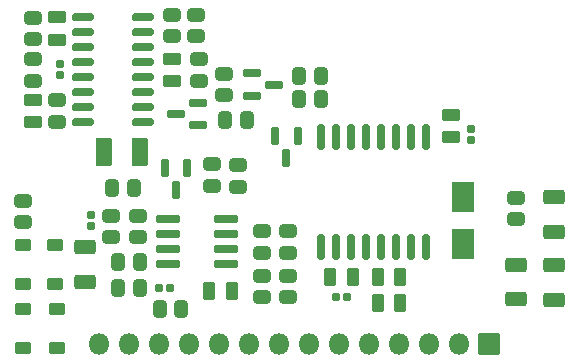
<source format=gbr>
%TF.GenerationSoftware,KiCad,Pcbnew,(5.99.0-9830-g9acf5e365a)*%
%TF.CreationDate,2021-04-09T09:54:32+02:00*%
%TF.ProjectId,Power Supply Control Board SG3525,506f7765-7220-4537-9570-706c7920436f,V 2.0*%
%TF.SameCoordinates,Original*%
%TF.FileFunction,Soldermask,Top*%
%TF.FilePolarity,Negative*%
%FSLAX46Y46*%
G04 Gerber Fmt 4.6, Leading zero omitted, Abs format (unit mm)*
G04 Created by KiCad (PCBNEW (5.99.0-9830-g9acf5e365a)) date 2021-04-09 09:54:32*
%MOMM*%
%LPD*%
G01*
G04 APERTURE LIST*
G04 Aperture macros list*
%AMRoundRect*
0 Rectangle with rounded corners*
0 $1 Rounding radius*
0 $2 $3 $4 $5 $6 $7 $8 $9 X,Y pos of 4 corners*
0 Add a 4 corners polygon primitive as box body*
4,1,4,$2,$3,$4,$5,$6,$7,$8,$9,$2,$3,0*
0 Add four circle primitives for the rounded corners*
1,1,$1+$1,$2,$3*
1,1,$1+$1,$4,$5*
1,1,$1+$1,$6,$7*
1,1,$1+$1,$8,$9*
0 Add four rect primitives between the rounded corners*
20,1,$1+$1,$2,$3,$4,$5,0*
20,1,$1+$1,$4,$5,$6,$7,0*
20,1,$1+$1,$6,$7,$8,$9,0*
20,1,$1+$1,$8,$9,$2,$3,0*%
G04 Aperture macros list end*
%ADD10RoundRect,0.268868X0.443632X0.956132X-0.443632X0.956132X-0.443632X-0.956132X0.443632X-0.956132X0*%
%ADD11RoundRect,0.050000X0.600000X-0.450000X0.600000X0.450000X-0.600000X0.450000X-0.600000X-0.450000X0*%
%ADD12RoundRect,0.275000X-0.500000X0.275000X-0.500000X-0.275000X0.500000X-0.275000X0.500000X0.275000X0*%
%ADD13RoundRect,0.165000X0.195000X-0.165000X0.195000X0.165000X-0.195000X0.165000X-0.195000X-0.165000X0*%
%ADD14RoundRect,0.275000X0.500000X-0.275000X0.500000X0.275000X-0.500000X0.275000X-0.500000X-0.275000X0*%
%ADD15RoundRect,0.275000X0.275000X0.500000X-0.275000X0.500000X-0.275000X-0.500000X0.275000X-0.500000X0*%
%ADD16RoundRect,0.050000X0.900000X-1.250000X0.900000X1.250000X-0.900000X1.250000X-0.900000X-1.250000X0*%
%ADD17RoundRect,0.050000X-0.600000X0.450000X-0.600000X-0.450000X0.600000X-0.450000X0.600000X0.450000X0*%
%ADD18RoundRect,0.175000X0.612500X0.175000X-0.612500X0.175000X-0.612500X-0.175000X0.612500X-0.175000X0*%
%ADD19RoundRect,0.175000X-0.175000X0.612500X-0.175000X-0.612500X0.175000X-0.612500X0.175000X0.612500X0*%
%ADD20RoundRect,0.272222X0.652778X-0.340278X0.652778X0.340278X-0.652778X0.340278X-0.652778X-0.340278X0*%
%ADD21RoundRect,0.274390X-0.475610X0.288110X-0.475610X-0.288110X0.475610X-0.288110X0.475610X0.288110X0*%
%ADD22RoundRect,0.274390X0.475610X-0.288110X0.475610X0.288110X-0.475610X0.288110X-0.475610X-0.288110X0*%
%ADD23RoundRect,0.274390X-0.288110X-0.475610X0.288110X-0.475610X0.288110X0.475610X-0.288110X0.475610X0*%
%ADD24RoundRect,0.274390X0.288110X0.475610X-0.288110X0.475610X-0.288110X-0.475610X0.288110X-0.475610X0*%
%ADD25RoundRect,0.175000X-0.750000X-0.175000X0.750000X-0.175000X0.750000X0.175000X-0.750000X0.175000X0*%
%ADD26RoundRect,0.175000X0.175000X-0.900000X0.175000X0.900000X-0.175000X0.900000X-0.175000X-0.900000X0*%
%ADD27RoundRect,0.165000X0.165000X0.195000X-0.165000X0.195000X-0.165000X-0.195000X0.165000X-0.195000X0*%
%ADD28RoundRect,0.175000X-0.850000X-0.175000X0.850000X-0.175000X0.850000X0.175000X-0.850000X0.175000X0*%
%ADD29RoundRect,0.275000X-0.275000X-0.500000X0.275000X-0.500000X0.275000X0.500000X-0.275000X0.500000X0*%
%ADD30RoundRect,0.050000X-0.850000X0.850000X-0.850000X-0.850000X0.850000X-0.850000X0.850000X0.850000X0*%
%ADD31O,1.800000X1.800000*%
%ADD32RoundRect,0.165000X-0.195000X0.165000X-0.195000X-0.165000X0.195000X-0.165000X0.195000X0.165000X0*%
%ADD33RoundRect,0.165000X-0.165000X-0.195000X0.165000X-0.195000X0.165000X0.195000X-0.165000X0.195000X0*%
%ADD34RoundRect,0.175000X-0.612500X-0.175000X0.612500X-0.175000X0.612500X0.175000X-0.612500X0.175000X0*%
G04 APERTURE END LIST*
D10*
%TO.C,C14*%
X110603500Y-106934000D03*
X113678500Y-106934000D03*
%TD*%
D11*
%TO.C,D4*%
X106500000Y-118150000D03*
X106500000Y-114850000D03*
%TD*%
D12*
%TO.C,C1*%
X116400000Y-99050000D03*
X116400000Y-100950000D03*
%TD*%
D13*
%TO.C,C3*%
X106900000Y-100480000D03*
X106900000Y-99520000D03*
%TD*%
D14*
%TO.C,C4*%
X104650000Y-104450000D03*
X104650000Y-102550000D03*
%TD*%
%TO.C,C7*%
X140000000Y-105725000D03*
X140000000Y-103825000D03*
%TD*%
D15*
%TO.C,C8*%
X135700000Y-117500000D03*
X133800000Y-117500000D03*
%TD*%
D13*
%TO.C,C9*%
X141750000Y-105980000D03*
X141750000Y-105020000D03*
%TD*%
D15*
%TO.C,C10*%
X135700000Y-119750000D03*
X133800000Y-119750000D03*
%TD*%
D16*
%TO.C,D1*%
X141000000Y-114750000D03*
X141000000Y-110750000D03*
%TD*%
D17*
%TO.C,D2*%
X106680000Y-120270000D03*
X106680000Y-123570000D03*
%TD*%
D11*
%TO.C,D3*%
X103759000Y-118150000D03*
X103759000Y-114850000D03*
%TD*%
D17*
%TO.C,D5*%
X103759000Y-120270000D03*
X103759000Y-123570000D03*
%TD*%
D18*
%TO.C,Q1*%
X118587500Y-104700000D03*
X118587500Y-102800000D03*
X116712500Y-103750000D03*
%TD*%
D19*
%TO.C,Q2*%
X117700000Y-108312500D03*
X115800000Y-108312500D03*
X116750000Y-110187500D03*
%TD*%
D20*
%TO.C,R1*%
X145542000Y-119445500D03*
X145542000Y-116520500D03*
%TD*%
%TO.C,R2*%
X148750000Y-119462500D03*
X148750000Y-116537500D03*
%TD*%
%TO.C,R3*%
X148750000Y-113712500D03*
X148750000Y-110787500D03*
%TD*%
D21*
%TO.C,R4*%
X145500000Y-110837500D03*
X145500000Y-112662500D03*
%TD*%
D22*
%TO.C,R5*%
X124000000Y-119250000D03*
X124000000Y-117425000D03*
%TD*%
%TO.C,R6*%
X126250000Y-119250000D03*
X126250000Y-117425000D03*
%TD*%
D21*
%TO.C,R7*%
X126250000Y-113675000D03*
X126250000Y-115500000D03*
%TD*%
D22*
%TO.C,R8*%
X124000000Y-115500000D03*
X124000000Y-113675000D03*
%TD*%
%TO.C,R9*%
X116400000Y-97162500D03*
X116400000Y-95337500D03*
%TD*%
%TO.C,R10*%
X118400000Y-97162500D03*
X118400000Y-95337500D03*
%TD*%
D21*
%TO.C,R11*%
X104650000Y-95587500D03*
X104650000Y-97412500D03*
%TD*%
D22*
%TO.C,R12*%
X106650000Y-104412500D03*
X106650000Y-102587500D03*
%TD*%
D21*
%TO.C,R14*%
X118650000Y-99087500D03*
X118650000Y-100912500D03*
%TD*%
D22*
%TO.C,R15*%
X104650000Y-100912500D03*
X104650000Y-99087500D03*
%TD*%
D23*
%TO.C,R16*%
X127166500Y-100507000D03*
X128991500Y-100507000D03*
%TD*%
D22*
%TO.C,R18*%
X122000000Y-109912500D03*
X122000000Y-108087500D03*
%TD*%
D21*
%TO.C,R19*%
X119750000Y-108000000D03*
X119750000Y-109825000D03*
%TD*%
D24*
%TO.C,R20*%
X113662500Y-118500000D03*
X111837500Y-118500000D03*
%TD*%
%TO.C,R21*%
X113662500Y-116250000D03*
X111837500Y-116250000D03*
%TD*%
%TO.C,R22*%
X113162500Y-110000000D03*
X111337500Y-110000000D03*
%TD*%
D21*
%TO.C,R23*%
X111250000Y-112337500D03*
X111250000Y-114162500D03*
%TD*%
D23*
%TO.C,R24*%
X115337500Y-120250000D03*
X117162500Y-120250000D03*
%TD*%
D20*
%TO.C,R26*%
X109000000Y-117962500D03*
X109000000Y-115037500D03*
%TD*%
D25*
%TO.C,U2*%
X108825000Y-95555000D03*
X108825000Y-96825000D03*
X108825000Y-98095000D03*
X108825000Y-99365000D03*
X108825000Y-100635000D03*
X108825000Y-101905000D03*
X108825000Y-103175000D03*
X108825000Y-104445000D03*
X113975000Y-104445000D03*
X113975000Y-103175000D03*
X113975000Y-101905000D03*
X113975000Y-100635000D03*
X113975000Y-99365000D03*
X113975000Y-98095000D03*
X113975000Y-96825000D03*
X113975000Y-95555000D03*
%TD*%
D26*
%TO.C,U3*%
X129039000Y-115017000D03*
X130309000Y-115017000D03*
X131579000Y-115017000D03*
X132849000Y-115017000D03*
X134119000Y-115017000D03*
X135389000Y-115017000D03*
X136659000Y-115017000D03*
X137929000Y-115017000D03*
X137929000Y-105717000D03*
X136659000Y-105717000D03*
X135389000Y-105717000D03*
X134119000Y-105717000D03*
X132849000Y-105717000D03*
X131579000Y-105717000D03*
X130309000Y-105717000D03*
X129039000Y-105717000D03*
%TD*%
D15*
%TO.C,C5*%
X131700000Y-117500000D03*
X129800000Y-117500000D03*
%TD*%
D27*
%TO.C,C6*%
X131230000Y-119250000D03*
X130270000Y-119250000D03*
%TD*%
D28*
%TO.C,U1*%
X116025000Y-112595000D03*
X116025000Y-113865000D03*
X116025000Y-115135000D03*
X116025000Y-116405000D03*
X120975000Y-116405000D03*
X120975000Y-115135000D03*
X120975000Y-113865000D03*
X120975000Y-112595000D03*
%TD*%
D29*
%TO.C,C13*%
X119550000Y-118750000D03*
X121450000Y-118750000D03*
%TD*%
D22*
%TO.C,R25*%
X103750000Y-112912500D03*
X103750000Y-111087500D03*
%TD*%
D30*
%TO.C,J1*%
X143256000Y-123190000D03*
D31*
X140716000Y-123190000D03*
X138176000Y-123190000D03*
X135636000Y-123190000D03*
X133096000Y-123190000D03*
X130556000Y-123190000D03*
X128016000Y-123190000D03*
X125476000Y-123190000D03*
X122936000Y-123190000D03*
X120396000Y-123190000D03*
X117856000Y-123190000D03*
X115316000Y-123190000D03*
X112776000Y-123190000D03*
X110236000Y-123190000D03*
%TD*%
D32*
%TO.C,C11*%
X109500000Y-112270000D03*
X109500000Y-113230000D03*
%TD*%
D24*
%TO.C,R28*%
X128991500Y-102507000D03*
X127166500Y-102507000D03*
%TD*%
D14*
%TO.C,C2*%
X106650000Y-97450000D03*
X106650000Y-95550000D03*
%TD*%
D19*
%TO.C,Q4*%
X127029000Y-105569500D03*
X125129000Y-105569500D03*
X126079000Y-107444500D03*
%TD*%
D33*
%TO.C,C12*%
X115290000Y-118500000D03*
X116250000Y-118500000D03*
%TD*%
D22*
%TO.C,R13*%
X113500000Y-114162500D03*
X113500000Y-112337500D03*
%TD*%
D34*
%TO.C,Q3*%
X123141500Y-100307000D03*
X123141500Y-102207000D03*
X125016500Y-101257000D03*
%TD*%
D21*
%TO.C,R27*%
X120829000Y-100344500D03*
X120829000Y-102169500D03*
%TD*%
D24*
%TO.C,R17*%
X122741500Y-104257000D03*
X120916500Y-104257000D03*
%TD*%
M02*

</source>
